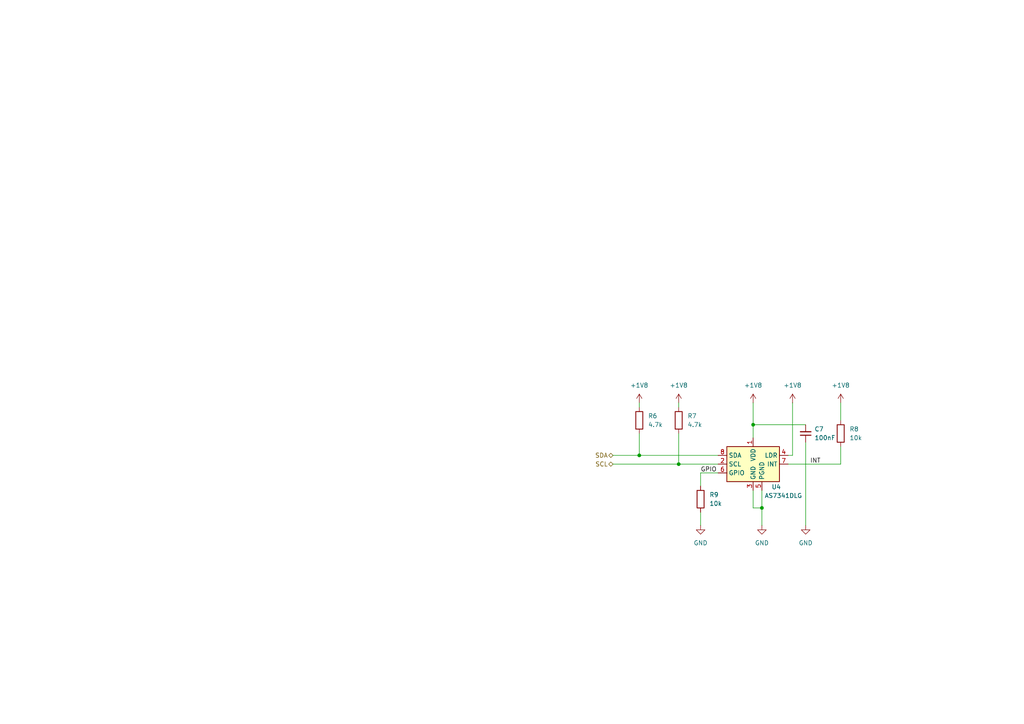
<source format=kicad_sch>
(kicad_sch (version 20231120) (generator "eeschema") (generator_version "8.0")
  (paper "A4")
  (lib_symbols
    (symbol "Device:C_Small" (pin_numbers hide) (pin_names (offset 0.254) hide)
      (property "Reference" "C" (at 0.254 1.778 0))
      (property "Value" "C_Small" (at 0.254 -2.032 0))
      (symbol "C_Small_0_1"
        (polyline (pts (xy -1.524 -0.508) (xy 1.524 -0.508)) (stroke (width 0.3302)))
        (polyline (pts (xy -1.524 0.508) (xy 1.524 0.508)) (stroke (width 0.3048)))
      )
      (symbol "C_Small_1_1"
        (pin passive line (at 0 2.54 270) (length 2.032) (name "~") (number "1"))
        (pin passive line (at 0 -2.54 90) (length 2.032) (name "~") (number "2"))
      )
    )
    (symbol "Device:R" (pin_numbers hide) (pin_names (offset 0))
      (property "Reference" "R" (at 2.032 0 90))
      (property "Value" "R" (at 0 0 90))
      (symbol "R_0_1"
        (rectangle (start -1.016 -2.54) (end 1.016 2.54) (stroke (width 0.254)))
      )
      (symbol "R_1_1"
        (pin passive line (at 0 3.81 270) (length 1.27) (name "~") (number "1"))
        (pin passive line (at 0 -3.81 90) (length 1.27) (name "~") (number "2"))
      )
    )
    (symbol "Sensor_Optical:AS7341DLG"
      (property "Reference" "U" (at -2.54 8.255 0))
      (property "Value" "AS7341DLG" (at -2.54 6.35 0))
      (symbol "AS7341DLG_0_1"
        (rectangle (start -7.62 5.08) (end 7.62 -5.08) (stroke (width 0.254)) (fill (type background)))
      )
      (symbol "AS7341DLG_1_1"
        (pin power_in line (at 0 7.62 270) (length 2.54) (name "VDD") (number "1"))
        (pin input line (at -10.16 0 0) (length 2.54) (name "SCL") (number "2"))
        (pin power_in line (at 0 -7.62 90) (length 2.54) (name "GND") (number "3"))
        (pin passive line (at 10.16 2.54 180) (length 2.54) (name "LDR") (number "4"))
        (pin power_in line (at 2.54 -7.62 90) (length 2.54) (name "PGND") (number "5"))
        (pin input line (at -10.16 -2.54 0) (length 2.54) (name "GPIO") (number "6"))
        (pin open_collector line (at 10.16 0 180) (length 2.54) (name "INT") (number "7"))
        (pin bidirectional line (at -10.16 2.54 0) (length 2.54) (name "SDA") (number "8"))
      )
    )
    (symbol "power:+1V8" (power) (pin_numbers hide) (pin_names (offset 0) hide)
      (property "Value" "+1V8" (at 0 3.556 0))
      (symbol "+1V8_0_1"
        (polyline (pts (xy -0.762 1.27) (xy 0 2.54)))
        (polyline (pts (xy 0 0) (xy 0 2.54)))
        (polyline (pts (xy 0 2.54) (xy 0.762 1.27)))
      )
      (symbol "+1V8_1_1"
        (pin power_in line (at 0 0 90) (length 0) (name "~") (number "1"))
      )
    )
    (symbol "power:GND" (power) (pin_numbers hide) (pin_names (offset 0) hide)
      (property "Value" "GND" (at 0 -3.81 0))
      (symbol "GND_0_1"
        (polyline (pts (xy 0 0) (xy 0 -1.27) (xy 1.27 -1.27) (xy 0 -2.54) (xy -1.27 -1.27) (xy 0 -1.27)))
      )
      (symbol "GND_1_1"
        (pin power_in line (at 0 0 270) (length 0) (name "~") (number "1"))
      )
    )
  )
  (junction (at 185.42 132.08))
  (junction (at 196.85 134.62))
  (junction (at 218.44 123.19))
  (junction (at 220.98 147.32))
  (wire (pts (xy 203.2 152.4) (xy 203.2 148.59)))
  (wire (pts (xy 196.85 118.11) (xy 196.85 116.84)))
  (wire (pts (xy 185.42 118.11) (xy 185.42 116.84)))
  (wire (pts (xy 196.85 125.73) (xy 196.85 134.62)))
  (wire (pts (xy 220.98 142.24) (xy 220.98 147.32)))
  (wire (pts (xy 218.44 116.84) (xy 218.44 123.19)))
  (wire (pts (xy 243.84 129.54) (xy 243.84 134.62)))
  (wire (pts (xy 185.42 125.73) (xy 185.42 132.08)))
  (wire (pts (xy 203.2 137.16) (xy 208.28 137.16)))
  (wire (pts (xy 233.68 128.27) (xy 233.68 152.4)))
  (wire (pts (xy 218.44 123.19) (xy 218.44 127)))
  (wire (pts (xy 228.6 132.08) (xy 229.87 132.08)))
  (wire (pts (xy 196.85 134.62) (xy 208.28 134.62)))
  (wire (pts (xy 218.44 147.32) (xy 220.98 147.32)))
  (wire (pts (xy 243.84 116.84) (xy 243.84 121.92)))
  (wire (pts (xy 218.44 123.19) (xy 233.68 123.19)))
  (wire (pts (xy 177.8 134.62) (xy 196.85 134.62)))
  (wire (pts (xy 218.44 142.24) (xy 218.44 147.32)))
  (wire (pts (xy 203.2 137.16) (xy 203.2 140.97)))
  (wire (pts (xy 229.87 132.08) (xy 229.87 116.84)))
  (wire (pts (xy 185.42 132.08) (xy 208.28 132.08)))
  (wire (pts (xy 177.8 132.08) (xy 185.42 132.08)))
  (wire (pts (xy 228.6 134.62) (xy 243.84 134.62)))
  (wire (pts (xy 220.98 147.32) (xy 220.98 152.4)))
  (label "GPIO" (at 203.2 137.16 0))
  (label "INT" (at 234.95 134.62 0))
  (hierarchical_label "SCL" (shape bidirectional) (at 177.8 134.62 180))
  (hierarchical_label "SDA" (shape bidirectional) (at 177.8 132.08 180))
  (symbol (lib_id "power:GND") (at 220.98 152.4 0) (unit 1)
    (property "Reference" "#PWR036" (effects (hide yes)))
    (property "Value" "GND" (at 220.98 157.48 0))
    (property "Description" "Power symbol creates a global label with name \"GND\" , ground" (effects (hide yes)))
    (instances (project "AS7341_Sensor_Chain" (path "" (reference "#PWR036") (unit 1)) (path "" (reference "#PWR044") (unit 1)) (path "" (reference "#PWR052") (unit 1))))
  )
  (symbol (lib_id "Device:R") (at 203.2 144.78 180) (unit 1)
    (property "Reference" "R9" (at 205.74 143.5099 0) (effects (justify right)))
    (property "Value" "10k" (at 205.74 146.0499 0) (effects (justify right)))
    (property "Footprint" "Resistor_SMD:R_0603_1608Metric" (effects (hide yes)))
    (property "Description" "Resistor" (effects (hide yes)))
    (property "LCSC" "C25744" (effects (hide yes)))
    (instances (project "AS7341_Sensor_Chain" (path "" (reference "R9") (unit 1)) (path "" (reference "R13") (unit 1)) (path "" (reference "R17") (unit 1))))
  )
  (symbol (lib_id "power:GND") (at 203.2 152.4 0) (unit 1)
    (property "Reference" "#PWR035" (effects (hide yes)))
    (property "Value" "GND" (at 203.2 157.48 0))
    (property "Description" "Power symbol creates a global label with name \"GND\" , ground" (effects (hide yes)))
    (instances (project "AS7341_Sensor_Chain" (path "" (reference "#PWR035") (unit 1)) (path "" (reference "#PWR043") (unit 1)) (path "" (reference "#PWR051") (unit 1))))
  )
  (symbol (lib_id "power:+1V8") (at 196.85 116.84 0) (unit 1)
    (property "Reference" "#PWR031" (effects (hide yes)))
    (property "Value" "+1V8" (at 196.85 111.76 0))
    (property "Description" "Power symbol creates a global label with name \"+1V8\"" (effects (hide yes)))
    (instances (project "AS7341_Sensor_Chain" (path "" (reference "#PWR031") (unit 1)) (path "" (reference "#PWR039") (unit 1)) (path "" (reference "#PWR047") (unit 1))))
  )
  (symbol (lib_id "Sensor_Optical:AS7341DLG") (at 218.44 134.62 0) (unit 1)
    (property "Reference" "U4" (at 223.774 141.224 0) (effects (justify left)))
    (property "Value" "AS7341DLG" (at 221.742 143.764 0) (effects (justify left)))
    (property "Footprint" "Package_LGA:AMS_OLGA-8_2x3.1mm_P0.8mm" (effects (hide yes)))
    (property "Datasheet" "https://files.waveshare.com/upload/f/f9/AS7341.pdf" (effects (hide yes)))
    (property "Description" "11-Channel Multi-Spectral Digital Sensor, OLGA-8" (effects (hide yes)))
    (property "LCSC" "C2649486" (effects (hide yes)))
    (instances (project "AS7341_Sensor_Chain" (path "" (reference "U4") (unit 1)) (path "" (reference "U5") (unit 1)) (path "" (reference "U6") (unit 1))))
  )
  (symbol (lib_id "Device:R") (at 185.42 121.92 180) (unit 1)
    (property "Reference" "R6" (at 187.96 120.6499 0) (effects (justify right)))
    (property "Value" "4.7k" (at 187.96 123.1899 0) (effects (justify right)))
    (property "Footprint" "Resistor_SMD:R_0603_1608Metric" (effects (hide yes)))
    (property "Description" "Resistor" (effects (hide yes)))
    (property "LCSC" "C25900" (effects (hide yes)))
    (instances (project "AS7341_Sensor_Chain" (path "" (reference "R6") (unit 1)) (path "" (reference "R10") (unit 1)) (path "" (reference "R14") (unit 1))))
  )
  (symbol (lib_id "Device:R") (at 196.85 121.92 180) (unit 1)
    (property "Reference" "R7" (at 199.39 120.6499 0) (effects (justify right)))
    (property "Value" "4.7k" (at 199.39 123.1899 0) (effects (justify right)))
    (property "Footprint" "Resistor_SMD:R_0603_1608Metric" (effects (hide yes)))
    (property "Description" "Resistor" (effects (hide yes)))
    (property "LCSC" "C25900" (effects (hide yes)))
    (instances (project "AS7341_Sensor_Chain" (path "" (reference "R7") (unit 1)) (path "" (reference "R11") (unit 1)) (path "" (reference "R15") (unit 1))))
  )
  (symbol (lib_id "Device:C_Small") (at 233.68 125.73 180) (unit 1)
    (property "Reference" "C7" (at 236.22 124.4535 0) (effects (justify right)))
    (property "Value" "100nF" (at 236.22 126.9935 0) (effects (justify right)))
    (property "Footprint" "Capacitor_SMD:C_0603_1608Metric" (effects (hide yes)))
    (property "Description" "Unpolarized capacitor, small symbol" (effects (hide yes)))
    (property "LCSC" "C307331" (effects (hide yes)))
    (instances (project "AS7341_Sensor_Chain" (path "" (reference "C7") (unit 1)) (path "" (reference "C8") (unit 1)) (path "" (reference "C9") (unit 1))))
  )
  (symbol (lib_id "power:+1V8") (at 218.44 116.84 0) (unit 1)
    (property "Reference" "#PWR032" (effects (hide yes)))
    (property "Value" "+1V8" (at 218.44 111.76 0))
    (property "Description" "Power symbol creates a global label with name \"+1V8\"" (effects (hide yes)))
    (instances (project "AS7341_Sensor_Chain" (path "" (reference "#PWR032") (unit 1)) (path "" (reference "#PWR040") (unit 1)) (path "" (reference "#PWR048") (unit 1))))
  )
  (symbol (lib_id "power:+1V8") (at 185.42 116.84 0) (unit 1)
    (property "Reference" "#PWR030" (effects (hide yes)))
    (property "Value" "+1V8" (at 185.42 111.76 0))
    (property "Description" "Power symbol creates a global label with name \"+1V8\"" (effects (hide yes)))
    (instances (project "AS7341_Sensor_Chain" (path "" (reference "#PWR030") (unit 1)) (path "" (reference "#PWR038") (unit 1)) (path "" (reference "#PWR046") (unit 1))))
  )
  (symbol (lib_id "power:+1V8") (at 229.87 116.84 0) (unit 1)
    (property "Reference" "#PWR033" (effects (hide yes)))
    (property "Value" "+1V8" (at 229.87 111.76 0))
    (property "Description" "Power symbol creates a global label with name \"+1V8\"" (effects (hide yes)))
    (instances (project "AS7341_Sensor_Chain" (path "" (reference "#PWR033") (unit 1)) (path "" (reference "#PWR041") (unit 1)) (path "" (reference "#PWR049") (unit 1))))
  )
  (symbol (lib_id "Device:R") (at 243.84 125.73 180) (unit 1)
    (property "Reference" "R8" (at 246.38 124.4599 0) (effects (justify right)))
    (property "Value" "10k" (at 246.38 126.9999 0) (effects (justify right)))
    (property "Footprint" "Resistor_SMD:R_0603_1608Metric" (effects (hide yes)))
    (property "Description" "Resistor" (effects (hide yes)))
    (property "LCSC" "C25744" (effects (hide yes)))
    (instances (project "AS7341_Sensor_Chain" (path "" (reference "R8") (unit 1)) (path "" (reference "R12") (unit 1)) (path "" (reference "R16") (unit 1))))
  )
  (symbol (lib_id "power:+1V8") (at 243.84 116.84 0) (unit 1)
    (property "Reference" "#PWR034" (effects (hide yes)))
    (property "Value" "+1V8" (at 243.84 111.76 0))
    (property "Description" "Power symbol creates a global label with name \"+1V8\"" (effects (hide yes)))
    (instances (project "AS7341_Sensor_Chain" (path "" (reference "#PWR034") (unit 1)) (path "" (reference "#PWR042") (unit 1)) (path "" (reference "#PWR050") (unit 1))))
  )
  (symbol (lib_id "power:GND") (at 233.68 152.4 0) (unit 1)
    (property "Reference" "#PWR037" (effects (hide yes)))
    (property "Value" "GND" (at 233.68 157.48 0))
    (property "Description" "Power symbol creates a global label with name \"GND\" , ground" (effects (hide yes)))
    (instances (project "AS7341_Sensor_Chain" (path "" (reference "#PWR037") (unit 1)) (path "" (reference "#PWR045") (unit 1)) (path "" (reference "#PWR053") (unit 1))))
  )
)
</source>
